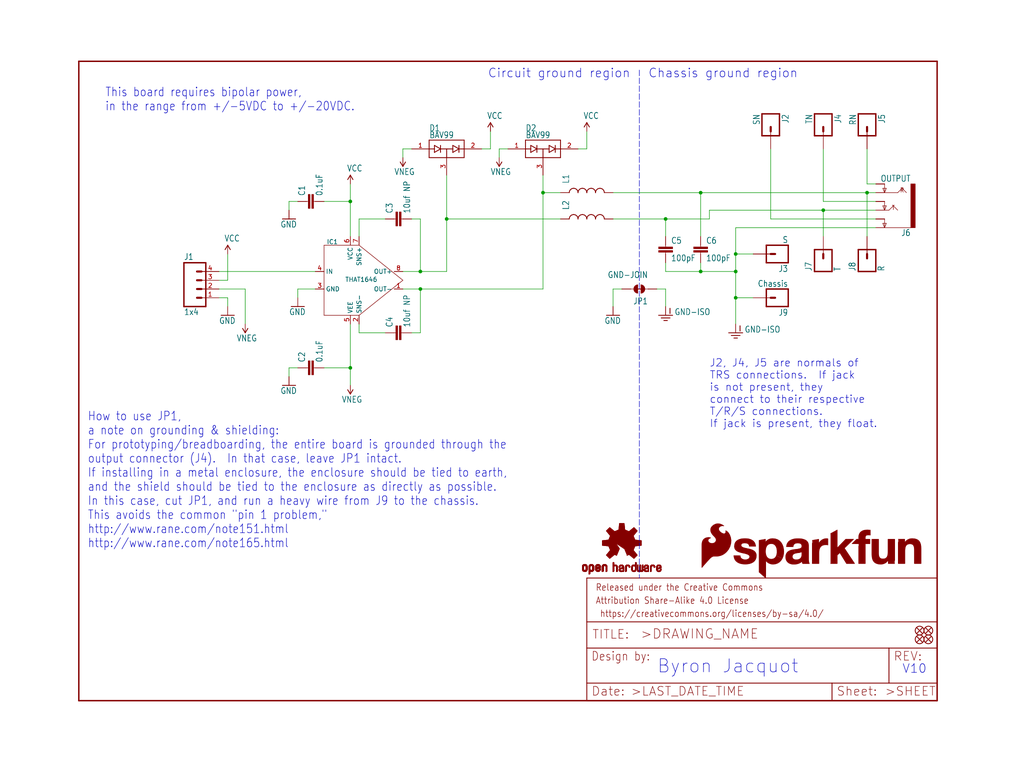
<source format=kicad_sch>
(kicad_sch (version 20211123) (generator eeschema)
  (paper "User" 297.002 223.926)
  (lib_symbols
    (symbol "schematicEagle-eagle-import:0.1UF-25V-5%(0603)"
      (property "Reference" "C" (at 1.524 2.921 0))
      (property "Value" "0.1UF-25V-5%(0603)" (at 1.524 -2.159 0))
      (symbol "0.1UF-25V-5%(0603)_1_0"
        (pin passive line (at 0 5.08 270) (length 2.54) (name "1") (number "1"))
        (pin passive line (at 0 -2.54 90) (length 2.54) (name "2") (number "2"))
      )
    )
    (symbol "schematicEagle-eagle-import:100PF-50V-5%(0603)"
      (property "Reference" "C" (at 1.524 2.921 0))
      (property "Value" "100PF-50V-5%(0603)" (at 1.524 -2.159 0))
      (symbol "100PF-50V-5%(0603)_1_0"
        (pin passive line (at 0 5.08 270) (length 2.54) (name "1") (number "1"))
        (pin passive line (at 0 -2.54 90) (length 2.54) (name "2") (number "2"))
      )
    )
    (symbol "schematicEagle-eagle-import:AUDIO_JACK_TRS_0.25{dblquote}_PTH_RA"
      (property "Reference" "J" (at -5.08 8.128 0))
      (property "Value" "AUDIO_JACK_TRS_0.25{dblquote}_PTH_RA" (at -5.08 -7.62 0))
      (symbol "AUDIO_JACK_TRS_0.25{dblquote}_PTH_RA_1_0"
        (text "R" (at -2.54 -2.54 0) (effects (font (size 1.27 1.0795)) (justify bottom)))
        (text "T" (at 0 2.54 0) (effects (font (size 1.27 1.0795)) (justify bottom)))
        (pin bidirectional line (at 5.08 -2.54 180) (length 2.54) (name "RING") (number "RING"))
        (pin bidirectional line (at 5.08 -5.08 180) (length 2.54) (name "RING-NORM") (number "RING-NORM"))
        (pin bidirectional line (at 5.08 7.62 180) (length 2.54) (name "EARTH") (number "SLEEVE"))
        (pin bidirectional line (at 5.08 5.08 180) (length 2.54) (name "EARTH-NORM") (number "SLEEVE-NORM"))
        (pin bidirectional line (at 5.08 2.54 180) (length 2.54) (name "TIP") (number "TIP"))
        (pin bidirectional line (at 5.08 0 180) (length 2.54) (name "TIP-NORM") (number "TIP-NORM"))
      )
    )
    (symbol "schematicEagle-eagle-import:BAV99"
      (property "Reference" "D" (at -5.08 5.08 0))
      (property "Value" "BAV99" (at -5.08 3.048 0))
      (symbol "BAV99_1_0"
        (pin bidirectional line (at -10.16 0 0) (length 5.08) (name "A1") (number "1"))
        (pin bidirectional line (at 10.16 0 180) (length 5.08) (name "C2") (number "2"))
        (pin bidirectional line (at 0 -7.62 90) (length 5.08) (name "COM") (number "3"))
      )
    )
    (symbol "schematicEagle-eagle-import:FIDUCIALUFIDUCIAL")
    (symbol "schematicEagle-eagle-import:FRAME-LETTER"
      (symbol "FRAME-LETTER_2_0"
        (text " https://creativecommons.org/licenses/by-sa/4.0/" (at 2.54 24.13 0) (effects (font (size 1.9304 1.6408)) (justify left bottom)))
        (text ">DRAWING_NAME" (at 15.494 17.78 0) (effects (font (size 2.7432 2.7432)) (justify left bottom)))
        (text ">LAST_DATE_TIME" (at 12.7 1.27 0) (effects (font (size 2.54 2.54)) (justify left bottom)))
        (text ">SHEET" (at 86.36 1.27 0) (effects (font (size 2.54 2.54)) (justify left bottom)))
        (text "Attribution Share-Alike 4.0 License" (at 2.54 27.94 0) (effects (font (size 1.9304 1.6408)) (justify left bottom)))
        (text "Date:" (at 1.27 1.27 0) (effects (font (size 2.54 2.54)) (justify left bottom)))
        (text "Design by:" (at 1.27 11.43 0) (effects (font (size 2.54 2.159)) (justify left bottom)))
        (text "Released under the Creative Commons" (at 2.54 31.75 0) (effects (font (size 1.9304 1.6408)) (justify left bottom)))
        (text "REV:" (at 88.9 11.43 0) (effects (font (size 2.54 2.54)) (justify left bottom)))
        (text "Sheet:" (at 72.39 1.27 0) (effects (font (size 2.54 2.54)) (justify left bottom)))
        (text "TITLE:" (at 1.524 17.78 0) (effects (font (size 2.54 2.54)) (justify left bottom)))
      )
    )
    (symbol "schematicEagle-eagle-import:GND" (power)
      (property "Value" "GND" (at -2.54 -2.54 0))
      (symbol "GND_1_0"
        (pin power_in line (at 0 2.54 270) (length 2.54) (name "GND") (number "1"))
      )
    )
    (symbol "schematicEagle-eagle-import:GND-ISO" (power)
      (property "Value" "GND-ISO" (at 2.54 0 0))
      (symbol "GND-ISO_1_0"
        (pin power_in line (at 0 2.54 270) (length 2.54) (name "GND-ISO") (number "1"))
      )
    )
    (symbol "schematicEagle-eagle-import:INDUCTOR0603"
      (property "Reference" "L" (at 2.54 5.08 0))
      (property "Value" "INDUCTOR0603" (at 2.54 -5.08 0))
      (symbol "INDUCTOR0603_1_0"
        (pin passive line (at 0 7.62 270) (length 2.54) (name "1") (number "1"))
        (pin passive line (at 0 -7.62 90) (length 2.54) (name "2") (number "2"))
      )
    )
    (symbol "schematicEagle-eagle-import:JUMPER-PAD-2-NC_BY_TRACE"
      (property "Reference" "JP" (at -2.54 2.54 0))
      (property "Value" "JUMPER-PAD-2-NC_BY_TRACE" (at -2.54 -5.08 0))
      (symbol "JUMPER-PAD-2-NC_BY_TRACE_1_0"
        (pin passive line (at -5.08 0 0) (length 2.54) (name "1") (number "1"))
        (pin passive line (at 5.08 0 180) (length 2.54) (name "2") (number "2"))
      )
    )
    (symbol "schematicEagle-eagle-import:M01PTH_NO_SILK_YES_STOP"
      (property "Reference" "J" (at -2.54 3.302 0))
      (property "Value" "M01PTH_NO_SILK_YES_STOP" (at -2.54 -5.08 0))
      (symbol "M01PTH_NO_SILK_YES_STOP_1_0"
        (pin passive line (at 7.62 0 180) (length 5.08) (name "1") (number "1"))
      )
    )
    (symbol "schematicEagle-eagle-import:M04NO_SILK_ALL_ROUND"
      (property "Reference" "J" (at -5.08 8.382 0))
      (property "Value" "M04NO_SILK_ALL_ROUND" (at -5.08 -7.62 0))
      (symbol "M04NO_SILK_ALL_ROUND_1_0"
        (pin passive line (at 5.08 -2.54 180) (length 5.08) (name "1") (number "1"))
        (pin passive line (at 5.08 0 180) (length 5.08) (name "2") (number "2"))
        (pin passive line (at 5.08 2.54 180) (length 5.08) (name "3") (number "3"))
        (pin passive line (at 5.08 5.08 180) (length 5.08) (name "4") (number "4"))
      )
    )
    (symbol "schematicEagle-eagle-import:OSHW-LOGOS")
    (symbol "schematicEagle-eagle-import:PANA-EEE-1EA100NP"
      (property "Reference" "C" (at 1.524 2.921 0))
      (property "Value" "PANA-EEE-1EA100NP" (at 1.524 -2.159 0))
      (symbol "PANA-EEE-1EA100NP_1_0"
        (pin passive line (at 0 5.08 270) (length 2.54) (name "1") (number "+"))
        (pin passive line (at 0 -2.54 90) (length 2.54) (name "2") (number "-"))
      )
    )
    (symbol "schematicEagle-eagle-import:SFE_LOGO_FLAME.2_INCH")
    (symbol "schematicEagle-eagle-import:SFE_LOGO_NAME.1_INCH")
    (symbol "schematicEagle-eagle-import:THAT1646"
      (property "Reference" "IC" (at 0.762 20.574 0))
      (property "Value" "THAT1646" (at 6.096 9.652 0))
      (symbol "THAT1646_1_0"
        (pin bidirectional line (at 22.86 7.62 180) (length 2.54) (name "OUT-") (number "1"))
        (pin bidirectional line (at 10.16 -2.54 90) (length 2.54) (name "SNS-") (number "2"))
        (pin bidirectional line (at -2.54 7.62 0) (length 2.54) (name "GND") (number "3"))
        (pin bidirectional line (at -2.54 12.7 0) (length 2.54) (name "IN") (number "4"))
        (pin bidirectional line (at 7.62 -2.54 90) (length 2.54) (name "VEE") (number "5"))
        (pin bidirectional line (at 7.62 22.86 270) (length 2.54) (name "VCC") (number "6"))
        (pin bidirectional line (at 10.16 22.86 270) (length 2.54) (name "SNS+") (number "7"))
        (pin bidirectional line (at 22.86 12.7 180) (length 2.54) (name "OUT+") (number "8"))
      )
    )
    (symbol "schematicEagle-eagle-import:VCC" (power)
      (property "Value" "VCC" (at -1.016 3.556 0))
      (symbol "VCC_1_0"
        (pin power_in line (at 0 0 90) (length 2.54) (name "VCC") (number "1"))
      )
    )
    (symbol "schematicEagle-eagle-import:VNEG" (power)
      (property "Value" "VNEG" (at -2.54 -2.54 0))
      (symbol "VNEG_1_0"
        (pin power_in line (at 0 2.54 270) (length 2.54) (name "VNEG") (number "1"))
      )
    )
  )
  (junction (at 157.48 55.88))
  (junction (at 251.46 55.88))
  (junction (at 101.6 106.68))
  (junction (at 101.6 58.42))
  (junction (at 193.04 63.5))
  (junction (at 203.2 55.88))
  (junction (at 213.36 78.74))
  (junction (at 213.36 73.66))
  (junction (at 213.36 86.36))
  (junction (at 129.54 63.5))
  (junction (at 121.92 83.82))
  (junction (at 238.76 60.96))
  (junction (at 203.2 78.74))
  (junction (at 121.92 78.74))
  (wire (pts (xy 66.04 86.36) (xy 63.5 86.36)))
  (wire (pts (xy 71.12 83.82) (xy 71.12 93.98)))
  (wire (pts (xy 251.46 53.34) (xy 251.46 43.18)))
  (wire (pts (xy 193.04 88.9) (xy 193.04 83.82)))
  (wire (pts (xy 213.36 93.98) (xy 213.36 86.36)))
  (wire (pts (xy 93.98 106.68) (xy 101.6 106.68)))
  (wire (pts (xy 144.78 43.18) (xy 147.32 43.18)))
  (wire (pts (xy 63.5 83.82) (xy 71.12 83.82)))
  (wire (pts (xy 205.74 60.96) (xy 238.76 60.96)))
  (wire (pts (xy 101.6 53.34) (xy 101.6 58.42)))
  (wire (pts (xy 238.76 58.42) (xy 238.76 43.18)))
  (wire (pts (xy 63.5 78.74) (xy 91.44 78.74)))
  (wire (pts (xy 157.48 83.82) (xy 157.48 55.88)))
  (wire (pts (xy 129.54 50.8) (xy 129.54 63.5)))
  (wire (pts (xy 104.14 63.5) (xy 111.76 63.5)))
  (wire (pts (xy 129.54 63.5) (xy 162.56 63.5)))
  (wire (pts (xy 238.76 68.58) (xy 238.76 60.96)))
  (wire (pts (xy 119.38 96.52) (xy 121.92 96.52)))
  (wire (pts (xy 116.84 45.72) (xy 116.84 43.18)))
  (wire (pts (xy 223.52 63.5) (xy 223.52 43.18)))
  (wire (pts (xy 93.98 58.42) (xy 101.6 58.42)))
  (wire (pts (xy 213.36 78.74) (xy 213.36 73.66)))
  (wire (pts (xy 116.84 78.74) (xy 121.92 78.74)))
  (wire (pts (xy 205.74 63.5) (xy 205.74 60.96)))
  (wire (pts (xy 254 63.5) (xy 223.52 63.5)))
  (wire (pts (xy 101.6 111.76) (xy 101.6 106.68)))
  (wire (pts (xy 83.82 58.42) (xy 83.82 60.96)))
  (wire (pts (xy 251.46 68.58) (xy 251.46 55.88)))
  (wire (pts (xy 86.36 58.42) (xy 83.82 58.42)))
  (wire (pts (xy 121.92 96.52) (xy 121.92 83.82)))
  (wire (pts (xy 86.36 86.36) (xy 86.36 83.82)))
  (wire (pts (xy 121.92 83.82) (xy 157.48 83.82)))
  (wire (pts (xy 86.36 106.68) (xy 83.82 106.68)))
  (wire (pts (xy 254 55.88) (xy 251.46 55.88)))
  (wire (pts (xy 254 53.34) (xy 251.46 53.34)))
  (wire (pts (xy 213.36 73.66) (xy 213.36 66.04)))
  (wire (pts (xy 121.92 63.5) (xy 121.92 78.74)))
  (wire (pts (xy 177.8 83.82) (xy 180.34 83.82)))
  (wire (pts (xy 129.54 78.74) (xy 129.54 63.5)))
  (wire (pts (xy 86.36 83.82) (xy 91.44 83.82)))
  (wire (pts (xy 116.84 83.82) (xy 121.92 83.82)))
  (wire (pts (xy 119.38 63.5) (xy 121.92 63.5)))
  (wire (pts (xy 193.04 63.5) (xy 205.74 63.5)))
  (wire (pts (xy 121.92 78.74) (xy 129.54 78.74)))
  (wire (pts (xy 177.8 88.9) (xy 177.8 83.82)))
  (wire (pts (xy 193.04 83.82) (xy 190.5 83.82)))
  (wire (pts (xy 63.5 81.28) (xy 66.04 81.28)))
  (wire (pts (xy 254 58.42) (xy 238.76 58.42)))
  (wire (pts (xy 177.8 63.5) (xy 193.04 63.5)))
  (wire (pts (xy 66.04 88.9) (xy 66.04 86.36)))
  (wire (pts (xy 193.04 78.74) (xy 203.2 78.74)))
  (wire (pts (xy 203.2 68.58) (xy 203.2 55.88)))
  (wire (pts (xy 104.14 68.58) (xy 104.14 63.5)))
  (wire (pts (xy 111.76 96.52) (xy 104.14 96.52)))
  (wire (pts (xy 104.14 96.52) (xy 104.14 93.98)))
  (wire (pts (xy 116.84 43.18) (xy 119.38 43.18)))
  (wire (pts (xy 144.78 45.72) (xy 144.78 43.18)))
  (wire (pts (xy 218.44 73.66) (xy 213.36 73.66)))
  (polyline (pts (xy 185.42 20.32) (xy 185.42 167.64)))
  (wire (pts (xy 157.48 55.88) (xy 162.56 55.88)))
  (wire (pts (xy 167.64 43.18) (xy 170.18 43.18)))
  (wire (pts (xy 170.18 43.18) (xy 170.18 38.1)))
  (wire (pts (xy 251.46 55.88) (xy 203.2 55.88)))
  (wire (pts (xy 203.2 76.2) (xy 203.2 78.74)))
  (wire (pts (xy 193.04 63.5) (xy 193.04 68.58)))
  (wire (pts (xy 238.76 60.96) (xy 254 60.96)))
  (wire (pts (xy 203.2 55.88) (xy 177.8 55.88)))
  (wire (pts (xy 142.24 43.18) (xy 142.24 38.1)))
  (wire (pts (xy 193.04 76.2) (xy 193.04 78.74)))
  (wire (pts (xy 101.6 58.42) (xy 101.6 68.58)))
  (wire (pts (xy 101.6 106.68) (xy 101.6 93.98)))
  (wire (pts (xy 203.2 78.74) (xy 213.36 78.74)))
  (wire (pts (xy 83.82 106.68) (xy 83.82 109.22)))
  (wire (pts (xy 157.48 50.8) (xy 157.48 55.88)))
  (wire (pts (xy 213.36 86.36) (xy 218.44 86.36)))
  (wire (pts (xy 139.7 43.18) (xy 142.24 43.18)))
  (wire (pts (xy 213.36 66.04) (xy 254 66.04)))
  (wire (pts (xy 66.04 81.28) (xy 66.04 73.66)))
  (wire (pts (xy 213.36 78.74) (xy 213.36 86.36)))
  (text "Byron Jacquot" (at 190.5 195.58 180) (effects (font (size 3.81 3.81)) (justify left bottom)))
  (text "This board requires bipolar power,\nin the range from +/-5VDC to +/-20VDC." (at 30.48 25.4 0) (effects (font (size 2.54 2.159)) (justify left top)))
  (text "V10" (at 261.62 195.58 180) (effects (font (size 2.54 2.54)) (justify left bottom)))
  (text "J2, J4, J5 are normals of\nTRS connections.  If jack\nis not present, they\nconnect to their respective\nT/R/S connections.\nIf jack is present, they float." (at 205.74 104.14 0) (effects (font (size 2.1844 2.1844)) (justify left top)))
  (text "Chassis ground region" (at 187.96 22.86 180) (effects (font (size 2.54 2.54)) (justify left bottom)))
  (text "Circuit ground region" (at 182.88 22.86 180) (effects (font (size 2.54 2.54)) (justify right bottom)))
  (text "How to use JP1,\na note on grounding & shielding:\nFor prototyping/breadboarding, the entire board is grounded through the\noutput connector (J4).  In that case, leave JP1 intact.\nIf installing in a metal enclosure, the enclosure should be tied to earth,\nand the shield should be tied to the enclosure as directly as possible.\nIn this case, cut JP1, and run a heavy wire from J9 to the chassis.\nThis avoids the common \"pin 1 problem,\"\nhttp://www.rane.com/note151.html\nhttp://www.rane.com/note165.html" (at 25.4 119.38 0) (effects (font (size 2.54 2.159)) (justify left top)))
  (symbol (lib_id "schematicEagle-eagle-import:BAV99") (at 129.54 43.18 0) (unit 1)
    (property "Reference" "D1" (at 124.46 38.1 0) (effects (font (size 1.778 1.5113)) (justify left bottom)))
    (property "Value" "BAV99" (at 124.46 40.132 0) (effects (font (size 1.778 1.5113)) (justify left bottom)))
    (property "Footprint" "schematicEagle:SOT23-3" (effects hide))
  )
  (symbol (lib_id "schematicEagle-eagle-import:VNEG") (at 101.6 114.3 0) (unit 1)
    (property "Reference" "#SUPPLY4" (effects hide))
    (property "Value" "VNEG" (at 99.06 116.84 0) (effects (font (size 1.778 1.5113)) (justify left bottom)))
    (property "Footprint" "schematicEagle:" (effects hide))
  )
  (symbol (lib_id "schematicEagle-eagle-import:PANA-EEE-1EA100NP") (at 116.84 96.52 90) (unit 1)
    (property "Reference" "C4" (at 113.919 94.996 0) (effects (font (size 1.778 1.5113)) (justify left bottom)))
    (property "Value" "10uf NP" (at 118.999 94.996 0) (effects (font (size 1.778 1.5113)) (justify left bottom)))
    (property "Footprint" "schematicEagle:PANASONIC_D" (effects hide))
  )
  (symbol (lib_id "schematicEagle-eagle-import:M04NO_SILK_ALL_ROUND") (at 58.42 83.82 0) (unit 1)
    (property "Reference" "J1" (at 53.34 75.438 0) (effects (font (size 1.778 1.5113)) (justify left bottom)))
    (property "Value" "1x4" (at 53.34 91.44 0) (effects (font (size 1.778 1.5113)) (justify left bottom)))
    (property "Footprint" "schematicEagle:1X04_NO_SILK_ALL_ROUND" (effects hide))
  )
  (symbol (lib_id "schematicEagle-eagle-import:OSHW-LOGOS") (at 180.34 157.48 0) (unit 1)
    (property "Reference" "LOGO1" (effects hide))
    (property "Value" "OSHW-LOGOS" (effects hide))
    (property "Footprint" "schematicEagle:OSHW-LOGO-S" (effects hide))
  )
  (symbol (lib_id "schematicEagle-eagle-import:GND") (at 83.82 63.5 0) (unit 1)
    (property "Reference" "#GND2" (effects hide))
    (property "Value" "GND" (at 81.28 66.04 0) (effects (font (size 1.778 1.5113)) (justify left bottom)))
    (property "Footprint" "schematicEagle:" (effects hide))
  )
  (symbol (lib_id "schematicEagle-eagle-import:M01PTH_NO_SILK_YES_STOP") (at 251.46 35.56 270) (unit 1)
    (property "Reference" "J5" (at 254.762 33.02 0) (effects (font (size 1.778 1.5113)) (justify left bottom)))
    (property "Value" "RN" (at 246.38 33.02 0) (effects (font (size 1.778 1.5113)) (justify left bottom)))
    (property "Footprint" "schematicEagle:1X01_NO_SILK" (effects hide))
  )
  (symbol (lib_id "schematicEagle-eagle-import:AUDIO_JACK_TRS_0.25{dblquote}_PTH_RA") (at 259.08 58.42 180) (unit 1)
    (property "Reference" "J6" (at 264.16 66.548 0) (effects (font (size 1.778 1.5113)) (justify left bottom)))
    (property "Value" "OUTPUT" (at 264.16 50.8 0) (effects (font (size 1.778 1.5113)) (justify left bottom)))
    (property "Footprint" "schematicEagle:AUDIO_JACK_0.25__TRS_PTH_RA" (effects hide))
  )
  (symbol (lib_id "schematicEagle-eagle-import:OSHW-LOGOS") (at 180.34 157.48 0) (unit 1)
    (property "Reference" "LOGO2" (effects hide))
    (property "Value" "OSHW-LOGOS" (effects hide))
    (property "Footprint" "schematicEagle:OSHW-LOGO-S" (effects hide))
  )
  (symbol (lib_id "schematicEagle-eagle-import:GND-ISO") (at 193.04 91.44 0) (unit 1)
    (property "Reference" "#GND-ISO1" (effects hide))
    (property "Value" "GND-ISO" (at 195.58 91.44 0) (effects (font (size 1.778 1.5113)) (justify left bottom)))
    (property "Footprint" "schematicEagle:" (effects hide))
  )
  (symbol (lib_id "schematicEagle-eagle-import:M01PTH_NO_SILK_YES_STOP") (at 226.06 73.66 180) (unit 1)
    (property "Reference" "J3" (at 228.6 76.962 0) (effects (font (size 1.778 1.5113)) (justify left bottom)))
    (property "Value" "S" (at 228.6 68.58 0) (effects (font (size 1.778 1.5113)) (justify left bottom)))
    (property "Footprint" "schematicEagle:1X01_NO_SILK" (effects hide))
  )
  (symbol (lib_id "schematicEagle-eagle-import:SFE_LOGO_FLAME.2_INCH") (at 203.2 165.1 0) (unit 1)
    (property "Reference" "LOGO4" (effects hide))
    (property "Value" "SFE_LOGO_FLAME.2_INCH" (effects hide))
    (property "Footprint" "schematicEagle:SFE_LOGO_FLAME_.2" (effects hide))
  )
  (symbol (lib_id "schematicEagle-eagle-import:FIDUCIALUFIDUCIAL") (at 266.7 182.88 0) (unit 1)
    (property "Reference" "FD1" (effects hide))
    (property "Value" "FIDUCIALUFIDUCIAL" (effects hide))
    (property "Footprint" "schematicEagle:MICRO-FIDUCIAL" (effects hide))
  )
  (symbol (lib_id "schematicEagle-eagle-import:0.1UF-25V-5%(0603)") (at 91.44 106.68 90) (unit 1)
    (property "Reference" "C2" (at 88.519 105.156 0) (effects (font (size 1.778 1.5113)) (justify left bottom)))
    (property "Value" "0.1uF" (at 93.599 105.156 0) (effects (font (size 1.778 1.5113)) (justify left bottom)))
    (property "Footprint" "schematicEagle:0603-CAP" (effects hide))
  )
  (symbol (lib_id "schematicEagle-eagle-import:SFE_LOGO_NAME.1_INCH") (at 210.82 167.64 0) (unit 1)
    (property "Reference" "LOGO5" (effects hide))
    (property "Value" "SFE_LOGO_NAME.1_INCH" (effects hide))
    (property "Footprint" "schematicEagle:SFE_LOGO_NAME_.1" (effects hide))
  )
  (symbol (lib_id "schematicEagle-eagle-import:0.1UF-25V-5%(0603)") (at 91.44 58.42 90) (unit 1)
    (property "Reference" "C1" (at 88.519 56.896 0) (effects (font (size 1.778 1.5113)) (justify left bottom)))
    (property "Value" "0.1uF" (at 93.599 56.896 0) (effects (font (size 1.778 1.5113)) (justify left bottom)))
    (property "Footprint" "schematicEagle:0603-CAP" (effects hide))
  )
  (symbol (lib_id "schematicEagle-eagle-import:VNEG") (at 116.84 48.26 0) (unit 1)
    (property "Reference" "#SUPPLY5" (effects hide))
    (property "Value" "VNEG" (at 114.3 50.8 0) (effects (font (size 1.778 1.5113)) (justify left bottom)))
    (property "Footprint" "schematicEagle:" (effects hide))
  )
  (symbol (lib_id "schematicEagle-eagle-import:GND") (at 66.04 91.44 0) (unit 1)
    (property "Reference" "#GND1" (effects hide))
    (property "Value" "GND" (at 63.5 93.98 0) (effects (font (size 1.778 1.5113)) (justify left bottom)))
    (property "Footprint" "schematicEagle:" (effects hide))
  )
  (symbol (lib_id "schematicEagle-eagle-import:VNEG") (at 71.12 96.52 0) (unit 1)
    (property "Reference" "#SUPPLY2" (effects hide))
    (property "Value" "VNEG" (at 68.58 99.06 0) (effects (font (size 1.778 1.5113)) (justify left bottom)))
    (property "Footprint" "schematicEagle:" (effects hide))
  )
  (symbol (lib_id "schematicEagle-eagle-import:100PF-50V-5%(0603)") (at 203.2 73.66 0) (unit 1)
    (property "Reference" "C6" (at 204.724 70.739 0) (effects (font (size 1.778 1.5113)) (justify left bottom)))
    (property "Value" "100pF" (at 204.724 75.819 0) (effects (font (size 1.778 1.5113)) (justify left bottom)))
    (property "Footprint" "schematicEagle:0603-CAP" (effects hide))
  )
  (symbol (lib_id "schematicEagle-eagle-import:M01PTH_NO_SILK_YES_STOP") (at 238.76 35.56 270) (unit 1)
    (property "Reference" "J4" (at 242.062 33.02 0) (effects (font (size 1.778 1.5113)) (justify left bottom)))
    (property "Value" "TN" (at 233.68 33.02 0) (effects (font (size 1.778 1.5113)) (justify left bottom)))
    (property "Footprint" "schematicEagle:1X01_NO_SILK" (effects hide))
  )
  (symbol (lib_id "schematicEagle-eagle-import:M01PTH_NO_SILK_YES_STOP") (at 251.46 76.2 90) (unit 1)
    (property "Reference" "J8" (at 248.158 78.74 0) (effects (font (size 1.778 1.5113)) (justify left bottom)))
    (property "Value" "R" (at 256.54 78.74 0) (effects (font (size 1.778 1.5113)) (justify left bottom)))
    (property "Footprint" "schematicEagle:1X01_NO_SILK" (effects hide))
  )
  (symbol (lib_id "schematicEagle-eagle-import:VCC") (at 101.6 53.34 0) (unit 1)
    (property "Reference" "#SUPPLY3" (effects hide))
    (property "Value" "VCC" (at 100.584 49.784 0) (effects (font (size 1.778 1.5113)) (justify left bottom)))
    (property "Footprint" "schematicEagle:" (effects hide))
  )
  (symbol (lib_id "schematicEagle-eagle-import:M01PTH_NO_SILK_YES_STOP") (at 223.52 35.56 270) (unit 1)
    (property "Reference" "J2" (at 226.822 33.02 0) (effects (font (size 1.778 1.5113)) (justify left bottom)))
    (property "Value" "SN" (at 218.44 33.02 0) (effects (font (size 1.778 1.5113)) (justify left bottom)))
    (property "Footprint" "schematicEagle:1X01_NO_SILK" (effects hide))
  )
  (symbol (lib_id "schematicEagle-eagle-import:INDUCTOR0603") (at 170.18 55.88 90) (unit 1)
    (property "Reference" "L1" (at 165.1 53.34 0) (effects (font (size 1.778 1.5113)) (justify left bottom)))
    (property "Value" "27uH" (at 175.26 53.34 0) (effects (font (size 1.778 1.5113)) (justify left bottom)))
    (property "Footprint" "schematicEagle:0603" (effects hide))
    (property "Value" "27uH" (effects hide))
  )
  (symbol (lib_id "schematicEagle-eagle-import:FIDUCIALUFIDUCIAL") (at 269.24 185.42 0) (unit 1)
    (property "Reference" "FD4" (effects hide))
    (property "Value" "FIDUCIALUFIDUCIAL" (effects hide))
    (property "Footprint" "schematicEagle:MICRO-FIDUCIAL" (effects hide))
  )
  (symbol (lib_id "schematicEagle-eagle-import:VCC") (at 170.18 38.1 0) (unit 1)
    (property "Reference" "#SUPPLY8" (effects hide))
    (property "Value" "VCC" (at 169.164 34.544 0) (effects (font (size 1.778 1.5113)) (justify left bottom)))
    (property "Footprint" "schematicEagle:" (effects hide))
  )
  (symbol (lib_id "schematicEagle-eagle-import:GND-ISO") (at 213.36 96.52 0) (unit 1)
    (property "Reference" "#GND-ISO2" (effects hide))
    (property "Value" "GND-ISO" (at 215.9 96.52 0) (effects (font (size 1.778 1.5113)) (justify left bottom)))
    (property "Footprint" "schematicEagle:" (effects hide))
  )
  (symbol (lib_id "schematicEagle-eagle-import:M01PTH_NO_SILK_YES_STOP") (at 226.06 86.36 180) (unit 1)
    (property "Reference" "J9" (at 228.6 89.662 0) (effects (font (size 1.778 1.5113)) (justify left bottom)))
    (property "Value" "Chassis" (at 228.6 81.28 0) (effects (font (size 1.778 1.5113)) (justify left bottom)))
    (property "Footprint" "schematicEagle:1X01_NO_SILK" (effects hide))
  )
  (symbol (lib_id "schematicEagle-eagle-import:JUMPER-PAD-2-NC_BY_TRACE") (at 185.42 83.82 180) (unit 1)
    (property "Reference" "JP1" (at 187.96 86.36 0) (effects (font (size 1.778 1.5113)) (justify left bottom)))
    (property "Value" "GND-JOIN" (at 187.96 78.74 0) (effects (font (size 1.778 1.5113)) (justify left bottom)))
    (property "Footprint" "schematicEagle:PAD-JUMPER-2-NC_BY_TRACE_YES_SILK" (effects hide))
  )
  (symbol (lib_id "schematicEagle-eagle-import:GND") (at 83.82 111.76 0) (unit 1)
    (property "Reference" "#GND3" (effects hide))
    (property "Value" "GND" (at 81.28 114.3 0) (effects (font (size 1.778 1.5113)) (justify left bottom)))
    (property "Footprint" "schematicEagle:" (effects hide))
  )
  (symbol (lib_id "schematicEagle-eagle-import:INDUCTOR0603") (at 170.18 63.5 90) (unit 1)
    (property "Reference" "L2" (at 165.1 60.96 0) (effects (font (size 1.778 1.5113)) (justify left bottom)))
    (property "Value" "27uH" (at 175.26 60.96 0) (effects (font (size 1.778 1.5113)) (justify left bottom)))
    (property "Footprint" "schematicEagle:0603" (effects hide))
    (property "Value" "27uH" (effects hide))
  )
  (symbol (lib_id "schematicEagle-eagle-import:FIDUCIALUFIDUCIAL") (at 269.24 182.88 0) (unit 1)
    (property "Reference" "FD3" (effects hide))
    (property "Value" "FIDUCIALUFIDUCIAL" (effects hide))
    (property "Footprint" "schematicEagle:MICRO-FIDUCIAL" (effects hide))
  )
  (symbol (lib_id "schematicEagle-eagle-import:THAT1646") (at 93.98 91.44 0) (unit 1)
    (property "Reference" "IC1" (at 94.742 70.866 0) (effects (justify left bottom)))
    (property "Value" "THAT1646" (at 100.076 81.788 0) (effects (justify left bottom)))
    (property "Footprint" "schematicEagle:SO08" (effects hide))
  )
  (symbol (lib_id "schematicEagle-eagle-import:PANA-EEE-1EA100NP") (at 116.84 63.5 90) (unit 1)
    (property "Reference" "C3" (at 113.919 61.976 0) (effects (font (size 1.778 1.5113)) (justify left bottom)))
    (property "Value" "10uf NP" (at 118.999 61.976 0) (effects (font (size 1.778 1.5113)) (justify left bottom)))
    (property "Footprint" "schematicEagle:PANASONIC_D" (effects hide))
  )
  (symbol (lib_id "schematicEagle-eagle-import:VCC") (at 142.24 38.1 0) (unit 1)
    (property "Reference" "#SUPPLY6" (effects hide))
    (property "Value" "VCC" (at 141.224 34.544 0) (effects (font (size 1.778 1.5113)) (justify left bottom)))
    (property "Footprint" "schematicEagle:" (effects hide))
  )
  (symbol (lib_id "schematicEagle-eagle-import:FIDUCIALUFIDUCIAL") (at 266.7 185.42 0) (unit 1)
    (property "Reference" "FD2" (effects hide))
    (property "Value" "FIDUCIALUFIDUCIAL" (effects hide))
    (property "Footprint" "schematicEagle:MICRO-FIDUCIAL" (effects hide))
  )
  (symbol (lib_id "schematicEagle-eagle-import:GND") (at 86.36 88.9 0) (unit 1)
    (property "Reference" "#GND4" (effects hide))
    (property "Value" "GND" (at 83.82 91.44 0) (effects (font (size 1.778 1.5113)) (justify left bottom)))
    (property "Footprint" "schematicEagle:" (effects hide))
  )
  (symbol (lib_id "schematicEagle-eagle-import:BAV99") (at 157.48 43.18 0) (unit 1)
    (property "Reference" "D2" (at 152.4 38.1 0) (effects (font (size 1.778 1.5113)) (justify left bottom)))
    (property "Value" "BAV99" (at 152.4 40.132 0) (effects (font (size 1.778 1.5113)) (justify left bottom)))
    (property "Footprint" "schematicEagle:SOT23-3" (effects hide))
  )
  (symbol (lib_id "schematicEagle-eagle-import:100PF-50V-5%(0603)") (at 193.04 73.66 0) (unit 1)
    (property "Reference" "C5" (at 194.564 70.739 0) (effects (font (size 1.778 1.5113)) (justify left bottom)))
    (property "Value" "100pF" (at 194.564 75.819 0) (effects (font (size 1.778 1.5113)) (justify left bottom)))
    (property "Footprint" "schematicEagle:0603-CAP" (effects hide))
  )
  (symbol (lib_id "schematicEagle-eagle-import:VNEG") (at 144.78 48.26 0) (unit 1)
    (property "Reference" "#SUPPLY7" (effects hide))
    (property "Value" "VNEG" (at 142.24 50.8 0) (effects (font (size 1.778 1.5113)) (justify left bottom)))
    (property "Footprint" "schematicEagle:" (effects hide))
  )
  (symbol (lib_id "schematicEagle-eagle-import:VCC") (at 66.04 73.66 0) (unit 1)
    (property "Reference" "#SUPPLY1" (effects hide))
    (property "Value" "VCC" (at 65.024 70.104 0) (effects (font (size 1.778 1.5113)) (justify left bottom)))
    (property "Footprint" "schematicEagle:" (effects hide))
  )
  (symbol (lib_id "schematicEagle-eagle-import:FRAME-LETTER") (at 170.18 203.2 0) (unit 2)
    (property "Reference" "FRAME1" (effects hide))
    (property "Value" "FRAME-LETTER" (effects hide))
    (property "Footprint" "schematicEagle:CREATIVE_COMMONS" (effects hide))
  )
  (symbol (lib_id "schematicEagle-eagle-import:GND") (at 177.8 91.44 0) (unit 1)
    (property "Reference" "#GND5" (effects hide))
    (property "Value" "GND" (at 175.26 93.98 0) (effects (font (size 1.778 1.5113)) (justify left bottom)))
    (property "Footprint" "schematicEagle:" (effects hide))
  )
  (symbol (lib_id "schematicEagle-eagle-import:FRAME-LETTER") (at 22.86 203.2 0) (unit 1)
    (property "Reference" "FRAME1" (effects hide))
    (property "Value" "FRAME-LETTER" (effects hide))
    (property "Footprint" "schematicEagle:CREATIVE_COMMONS" (effects hide))
  )
  (symbol (lib_id "schematicEagle-eagle-import:M01PTH_NO_SILK_YES_STOP") (at 238.76 76.2 90) (unit 1)
    (property "Reference" "J7" (at 235.458 78.74 0) (effects (font (size 1.778 1.5113)) (justify left bottom)))
    (property "Value" "T" (at 243.84 78.74 0) (effects (font (size 1.778 1.5113)) (justify left bottom)))
    (property "Footprint" "schematicEagle:1X01_NO_SILK" (effects hide))
  )
)
</source>
